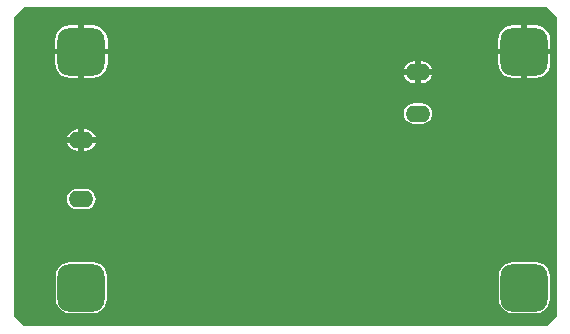
<source format=gbl>
G04*
G04 #@! TF.GenerationSoftware,Altium Limited,Altium Designer,21.6.1 (37)*
G04*
G04 Layer_Physical_Order=2*
G04 Layer_Color=16711680*
%FSLAX25Y25*%
%MOIN*%
G70*
G04*
G04 #@! TF.SameCoordinates,DC8E1805-1AE0-4662-A60C-033F26306971*
G04*
G04*
G04 #@! TF.FilePolarity,Positive*
G04*
G01*
G75*
G04:AMPARAMS|DCode=26|XSize=157.48mil|YSize=157.48mil|CornerRadius=39.37mil|HoleSize=0mil|Usage=FLASHONLY|Rotation=0.000|XOffset=0mil|YOffset=0mil|HoleType=Round|Shape=RoundedRectangle|*
%AMROUNDEDRECTD26*
21,1,0.15748,0.07874,0,0,0.0*
21,1,0.07874,0.15748,0,0,0.0*
1,1,0.07874,0.03937,-0.03937*
1,1,0.07874,-0.03937,-0.03937*
1,1,0.07874,-0.03937,0.03937*
1,1,0.07874,0.03937,0.03937*
%
%ADD26ROUNDEDRECTD26*%
%ADD27O,0.08268X0.05512*%
%ADD28C,0.02756*%
G36*
X502925Y365723D02*
Y266167D01*
X499581Y262823D01*
X325222D01*
X321878Y266167D01*
Y365723D01*
X325222Y369067D01*
X499581D01*
X502925Y365723D01*
D02*
G37*
%LPC*%
G36*
X496063Y363033D02*
X493110D01*
Y355315D01*
X500828D01*
Y358268D01*
X500666Y359501D01*
X500190Y360650D01*
X499433Y361637D01*
X498446Y362394D01*
X497296Y362871D01*
X496063Y363033D01*
D02*
G37*
G36*
X491142D02*
X488189D01*
X486956Y362871D01*
X485806Y362394D01*
X484820Y361637D01*
X484062Y360650D01*
X483586Y359501D01*
X483424Y358268D01*
Y355315D01*
X491142D01*
Y363033D01*
D02*
G37*
G36*
X348425D02*
X345472D01*
Y355315D01*
X353190D01*
Y358268D01*
X353028Y359501D01*
X352552Y360650D01*
X351795Y361637D01*
X350808Y362394D01*
X349658Y362871D01*
X348425Y363033D01*
D02*
G37*
G36*
X343504D02*
X340551D01*
X339318Y362871D01*
X338169Y362394D01*
X337182Y361637D01*
X336424Y360650D01*
X335948Y359501D01*
X335786Y358268D01*
Y355315D01*
X343504D01*
Y363033D01*
D02*
G37*
G36*
X458071Y351015D02*
X457677D01*
Y348425D01*
X461498D01*
X461166Y349228D01*
X460598Y349968D01*
X459858Y350536D01*
X458996Y350893D01*
X458071Y351015D01*
D02*
G37*
G36*
X455709D02*
X455315D01*
X454390Y350893D01*
X453528Y350536D01*
X452788Y349968D01*
X452220Y349228D01*
X451887Y348425D01*
X455709D01*
Y351015D01*
D02*
G37*
G36*
X500828Y353346D02*
X493110D01*
Y345628D01*
X496063D01*
X497296Y345791D01*
X498446Y346267D01*
X499433Y347024D01*
X500190Y348011D01*
X500666Y349160D01*
X500828Y350394D01*
Y353346D01*
D02*
G37*
G36*
X491142D02*
X483424D01*
Y350394D01*
X483586Y349160D01*
X484062Y348011D01*
X484820Y347024D01*
X485806Y346267D01*
X486956Y345791D01*
X488189Y345628D01*
X491142D01*
Y353346D01*
D02*
G37*
G36*
X353190D02*
X345472D01*
Y345628D01*
X348425D01*
X349658Y345791D01*
X350808Y346267D01*
X351795Y347024D01*
X352552Y348011D01*
X353028Y349160D01*
X353190Y350394D01*
Y353346D01*
D02*
G37*
G36*
X343504D02*
X335786D01*
Y350394D01*
X335948Y349160D01*
X336424Y348011D01*
X337182Y347024D01*
X338169Y346267D01*
X339318Y345791D01*
X340551Y345628D01*
X343504D01*
Y353346D01*
D02*
G37*
G36*
X461498Y346457D02*
X457677D01*
Y343867D01*
X458071D01*
X458996Y343989D01*
X459858Y344346D01*
X460598Y344914D01*
X461166Y345654D01*
X461498Y346457D01*
D02*
G37*
G36*
X455709D02*
X451887D01*
X452220Y345654D01*
X452788Y344914D01*
X453528Y344346D01*
X454390Y343989D01*
X455315Y343867D01*
X455709D01*
Y346457D01*
D02*
G37*
G36*
X458071Y337045D02*
X455315D01*
X454439Y336929D01*
X453623Y336591D01*
X452923Y336054D01*
X452385Y335353D01*
X452047Y334537D01*
X451932Y333661D01*
X452047Y332786D01*
X452385Y331970D01*
X452923Y331269D01*
X453623Y330731D01*
X454439Y330393D01*
X455315Y330278D01*
X458071D01*
X458947Y330393D01*
X459762Y330731D01*
X460463Y331269D01*
X461001Y331970D01*
X461339Y332786D01*
X461454Y333661D01*
X461339Y334537D01*
X461001Y335353D01*
X460463Y336054D01*
X459762Y336591D01*
X458947Y336929D01*
X458071Y337045D01*
D02*
G37*
G36*
X345866Y328377D02*
X345472D01*
Y325787D01*
X349294D01*
X348961Y326590D01*
X348393Y327330D01*
X347653Y327898D01*
X346791Y328255D01*
X345866Y328377D01*
D02*
G37*
G36*
X343504D02*
X343110D01*
X342185Y328255D01*
X341323Y327898D01*
X340583Y327330D01*
X340015Y326590D01*
X339683Y325787D01*
X343504D01*
Y328377D01*
D02*
G37*
G36*
X349294Y323819D02*
X345472D01*
Y321229D01*
X345866D01*
X346791Y321351D01*
X347653Y321708D01*
X348393Y322276D01*
X348961Y323016D01*
X349294Y323819D01*
D02*
G37*
G36*
X343504D02*
X339683D01*
X340015Y323016D01*
X340583Y322276D01*
X341323Y321708D01*
X342185Y321351D01*
X343110Y321229D01*
X343504D01*
Y323819D01*
D02*
G37*
G36*
X345866Y308501D02*
X343110D01*
X342235Y308386D01*
X341419Y308048D01*
X340718Y307510D01*
X340180Y306810D01*
X339842Y305994D01*
X339727Y305118D01*
X339842Y304242D01*
X340180Y303427D01*
X340718Y302726D01*
X341419Y302188D01*
X342235Y301850D01*
X343110Y301735D01*
X345866D01*
X346742Y301850D01*
X347558Y302188D01*
X348258Y302726D01*
X348796Y303427D01*
X349134Y304242D01*
X349249Y305118D01*
X349134Y305994D01*
X348796Y306810D01*
X348258Y307510D01*
X347558Y308048D01*
X346742Y308386D01*
X345866Y308501D01*
D02*
G37*
G36*
X496063Y284102D02*
X488189D01*
X487005Y283946D01*
X485902Y283489D01*
X484954Y282762D01*
X484227Y281815D01*
X483770Y280712D01*
X483614Y279528D01*
Y271654D01*
X483770Y270469D01*
X484227Y269366D01*
X484954Y268419D01*
X485902Y267692D01*
X487005Y267235D01*
X488189Y267079D01*
X496063D01*
X497247Y267235D01*
X498350Y267692D01*
X499298Y268419D01*
X500025Y269366D01*
X500482Y270469D01*
X500638Y271654D01*
Y279528D01*
X500482Y280712D01*
X500025Y281815D01*
X499298Y282762D01*
X498350Y283489D01*
X497247Y283946D01*
X496063Y284102D01*
D02*
G37*
G36*
X348425D02*
X340551D01*
X339367Y283946D01*
X338264Y283489D01*
X337316Y282762D01*
X336590Y281815D01*
X336133Y280712D01*
X335977Y279528D01*
Y271654D01*
X336133Y270469D01*
X336590Y269366D01*
X337316Y268419D01*
X338264Y267692D01*
X339367Y267235D01*
X340551Y267079D01*
X348425D01*
X349609Y267235D01*
X350712Y267692D01*
X351660Y268419D01*
X352387Y269366D01*
X352844Y270469D01*
X353000Y271654D01*
Y279528D01*
X352844Y280712D01*
X352387Y281815D01*
X351660Y282762D01*
X350712Y283489D01*
X349609Y283946D01*
X348425Y284102D01*
D02*
G37*
%LPD*%
D26*
X344488Y354331D02*
D03*
X492126D02*
D03*
Y275590D02*
D03*
X344488D02*
D03*
D27*
X456693Y333661D02*
D03*
Y347441D02*
D03*
X344488Y324803D02*
D03*
Y305118D02*
D03*
D28*
X496063Y342520D02*
D03*
X484252D02*
D03*
X478346Y354331D02*
D03*
X466535D02*
D03*
X460630Y271654D02*
D03*
X454724Y354331D02*
D03*
X448819Y342520D02*
D03*
Y271654D02*
D03*
X442913Y354331D02*
D03*
X437008Y342520D02*
D03*
X442913Y283465D02*
D03*
X437008Y271654D02*
D03*
X425197Y318898D02*
D03*
X431102Y307086D02*
D03*
X425197Y271654D02*
D03*
X419291Y354331D02*
D03*
X413386Y295275D02*
D03*
Y271654D02*
D03*
X395669Y307086D02*
D03*
X383858D02*
D03*
X372047Y354331D02*
D03*
X366142Y342520D02*
D03*
X372047Y330709D02*
D03*
X366142Y318898D02*
D03*
Y271654D02*
D03*
X360236Y354331D02*
D03*
X354331Y342520D02*
D03*
X360236Y330709D02*
D03*
X354331Y318898D02*
D03*
X342520Y342520D02*
D03*
X348425Y330709D02*
D03*
X342520Y318898D02*
D03*
X330709Y342520D02*
D03*
X336614Y330709D02*
D03*
X330709Y318898D02*
D03*
M02*

</source>
